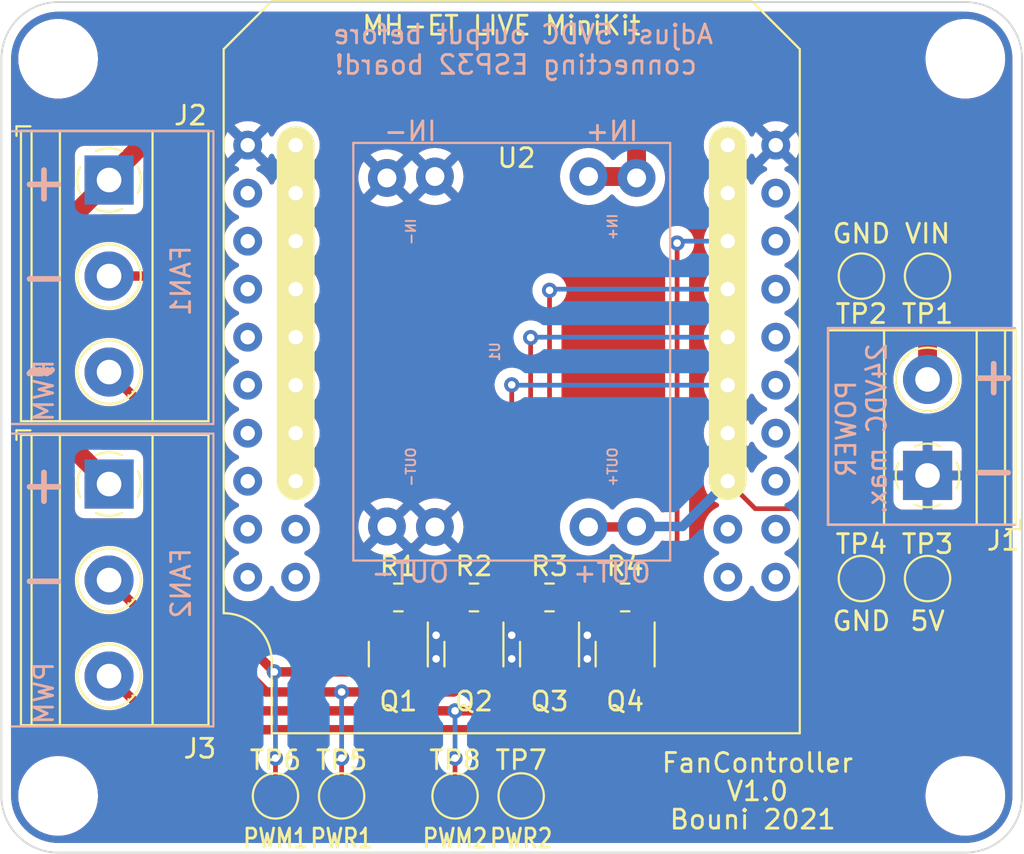
<source format=kicad_pcb>
(kicad_pcb (version 20210824) (generator pcbnew)
  (layers (0 "F.Cu" signal) (31 "B.Cu" signal) (34 "B.Paste" user) (35 "F.Paste" user) (36 "B.SilkS" user "B.Silkscreen") (37 "F.SilkS" user "F.Silkscreen") (38 "B.Mask" user) (39 "F.Mask" user) (44 "Edge.Cuts" user))
  (net 0 "")
  (net 1 "+12V")
  (net 2 "GND")
  (net 3 "FAN1")
  (net 4 "FAN2")
  (net 5 "OUT1")
  (net 6 "PWM1")
  (net 7 "OUT2")
  (net 8 "PWM2")
  (net 9 "+5V")
  (net 10 "PWR1")
  (net 11 "PWR2")
  (footprint "bouni:MH-ET LIVE MiniKit" (layer "F.Cu") (at 93 49)
    (fp_text reference "U2" (at 0.25 -10.75 unlocked) (layer "F.SilkS"))
    (fp_text value "mh-et-live-minikit" hide)
    (fp_line (start -12.7 -19.05) (end 12.7 -19.05) (layer "F.SilkS") (width 0.12))
    (fp_line (start 12.7 -19.05) (end 15.24 -16.51) (layer "F.SilkS") (width 0.12))
    (fp_line (start 11.43 -11.43) (end 11.43 6.35) (layer "F.SilkS") (width 2))
    (fp_line (start 15.24 19.685) (end -12.7 19.685) (layer "F.SilkS") (width 0.12))
    (fp_line (start -15.24 13.335) (end -15.24 -16.51) (layer "F.SilkS") (width 0.12))
    (fp_line (start -12.7 19.685) (end -12.7 15.875) (layer "F.SilkS") (width 0.12))
    (fp_line (start 15.24 -16.51) (end 15.24 19.685) (layer "F.SilkS") (width 0.12))
    (fp_line (start -15.24 -16.51) (end -12.7 -19.05) (layer "F.SilkS") (width 0.12))
    (fp_line (start -11.43 -11.43) (end -11.43 6.35) (layer "F.SilkS") (width 2))
    (fp_arc (start -15.24 15.875) (end -15.24 13.335) (angle 90) (layer "F.SilkS") (width 0.12))
    (pad "1" thru_hole circle (at -13.97 -11.43) (size 1.524 1.524) (drill 0.762) (layers *.Cu *.Mask) (net 2 "GND"))
    (pad "2" thru_hole circle (at -13.97 -8.89) (size 1.524 1.524) (drill 0.762) (layers *.Cu *.Mask))
    (pad "3" thru_hole circle (at -13.97 -6.35) (size 1.524 1.524) (drill 0.762) (layers *.Cu *.Mask))
    (pad "4" thru_hole circle (at -13.97 -3.81) (size 1.524 1.524) (drill 0.762) (layers *.Cu *.Mask))
    (pad "5" thru_hole circle (at -13.97 -1.27) (size 1.524 1.524) (drill 0.762) (layers *.Cu *.Mask))
    (pad "6" thru_hole circle (at -13.97 1.27) (size 1.524 1.524) (drill 0.762) (layers *.Cu *.Mask))
    (pad "7" thru_hole circle (at -13.97 3.81) (size 1.524 1.524) (drill 0.762) (layers *.Cu *.Mask))
    (pad "8" thru_hole circle (at -13.97 6.35) (size 1.524 1.524) (drill 0.762) (layers *.Cu *.Mask))
    (pad "9" thru_hole circle (at -13.97 8.89) (size 1.524 1.524) (drill 0.762) (layers *.Cu *.Mask))
    (pad "10" thru_hole circle (at -13.97 11.43) (size 1.524 1.524) (drill 0.762) (layers *.Cu *.Mask))
    (pad "11" thru_hole circle (at -11.43 -11.43) (size 1.524 1.524) (drill 0.762) (layers *.Cu *.Mask))
    (pad "12" thru_hole circle (at -11.43 -8.89) (size 1.524 1.524) (drill 0.762) (layers *.Cu *.Mask))
    (pad "13" thru_hole circle (at -11.43 -6.35) (size 1.524 1.524) (drill 0.762) (layers *.Cu *.Mask))
    (pad "14" thru_hole circle (at -11.43 -3.81) (size 1.524 1.524) (drill 0.762) (layers *.Cu *.Mask))
    (pad "15" thru_hole circle (at -11.43 -1.27) (size 1.524 1.524) (drill 0.762) (layers *.Cu *.Mask))
    (pad "16" thru_hole circle (at -11.43 1.27) (size 1.524 1.524) (drill 0.762) (layers *.Cu *.Mask))
    (pad "17" thru_hole circle (at -11.43 3.81) (size 1.524 1.524) (drill 0.762) (layers *.Cu *.Mask))
    (pad "18" thru_hole circle (at -11.43 6.35) (size 1.524 1.524) (drill 0.762) (layers *.Cu *.Mask))
    (pad "19" thru_hole circle (at -11.43 8.89) (size 1.524 1.524) (drill 0.762) (layers *.Cu *.Mask))
    (pad "20" thru_hole circle (at -11.43 11.43) (size 1.524 1.524) (drill 0.762) (layers *.Cu *.Mask))
    (pad "21" thru_hole circle (at 11.43 -11.43) (size 1.524 1.524) (drill 0.762) (layers *.Cu *.Mask))
    (pad "22" thru_hole circle (at 11.43 -8.89) (size 1.524 1.524) (drill 0.762) (layers *.Cu *.Mask))
    (pad "23" thru_hole circle (at 11.43 -6.35) (size 1.524 1.524) (drill 0.762) (layers *.Cu *.Mask) (net 8 "PWM2"))
    (pad "24" thru_hole circle (at 11.43 -3.81) (size 1.524 1.524) (drill 0.762) (layers *.Cu *.Mask) (net 7 "OUT2"))
    (pad "25" thru_hole circle (at 11.43 -1.27) (size 1.524 1.524) (drill 0.762) (layers *.Cu *.Mask) (net 6 "PWM1"))
    (pad "26" thru_hole circle (at 11.43 1.27) (size 1.524 1.524) (drill 0.762) (layers *.Cu *.Mask) (net 5 "OUT1"))
    (pad "27" thru_hole circle (at 11.43 3.81) (size 1.524 1.524) (drill 0.762) (layers *.Cu *.Mask) (net 2 "GND"))
    (pad "28" thru_hole circle (at 11.43 6.35) (size 1.524 1.524) (drill 0.762) (layers *.Cu *.Mask) (net 9 "+5V"))
    (pad "29" thru_hole circle (at 11.43 8.89) (size 1.524 1.524) (drill 0.762) (layers *.Cu *.Mask))
    (pad "30" thru_hole circle (at 11.43 11.43) (size 1.524 1.524) (drill 0.762) (layers *.Cu *.Mask))
    (pad "31" thru_hole circle (at 13.97 -11.43) (size 1.524 1.524) (drill 0.762) (layers *.Cu *.Mask) (net 2 "GND"))
    (pad "32" thru_hole circle (at 13.97 -8.89) (size 1.524 1.524) (drill 0.762) (layers *.Cu *.Mask))
    (pad "33" thru_hole circle (at 13.97 -6.35) (size 1.524 1.524) (drill 0.762) (layers *.Cu *.Mask))
    (pad "34" thru_hole circle (at 13.97 -3.81) (size 1.524 1.524) (drill 0.762) (layers *.Cu *.Mask))
    (pad "35" thru_hole circle (at 13.97 -1.27) (size 1.524 1.524) (drill 0.762) (layers *.Cu *.Mask))
    (pad "36" thru_hole circle (at 13.97 1.27) (size 1.524 1.524) (drill 0.762) (layers *.Cu *.Mask))
    (pad "37" thru_hole circle (at 13.97 3.81) (size 1.524 1.524) (drill 0.762) (layers *.Cu *.Mask))
    (pad "38" thru_hole circle (at 13.97 6.35) (size 1.524 1.524) (drill 0.762) (layers *.Cu *.Mask))
    (pad "39" thru_hole circle (at 13.97 8.89) (size 1.524 1.524) (drill 0.762) (layers *.Cu *.Mask))
    (pad "40" thru_hole circle (at 13.97 11.43) (size 1.524 1.524) (drill 0.762) (layers *.Cu *.Mask))
  )
  (footprint "TestPoint:TestPoint_Pad_D2.0mm" (layer "F.Cu") (at 90 72 -90)
    (fp_text reference "TP8" (at -1.894 0) (layer "F.SilkS"))
    (fp_text value "TestPoint" hide)
    (fp_circle (center 0 0) (end 0 1.2) (layer "F.SilkS") (width 0.12) (fill none))
    (pad "1" smd circle locked (at 0 0 270) (size 2 2) (layers "F.Cu" "F.Mask") (net 11 "PWR2"))
  )
  (footprint "Resistor_SMD:R_0805_2012Metric_Pad1.20x1.40mm_HandSolder" (layer "F.Cu") (at 91 61.5)
    (fp_text reference "R2" (at 0 -1.65) (layer "F.SilkS"))
    (fp_text value "10k")
    (fp_line (start -0.227064 -0.735) (end 0.227064 -0.735) (layer "F.SilkS") (width 0.12))
    (fp_line (start -0.227064 0.735) (end 0.227064 0.735) (layer "F.SilkS") (width 0.12))
    (pad "1" smd roundrect locked (at -1 0) (size 1.2 1.4) (layers "F.Cu" "F.Paste" "F.Mask") (roundrect_rratio 0.2083333333) (net 2 "GND"))
    (pad "2" smd roundrect locked (at 1 0) (size 1.2 1.4) (layers "F.Cu" "F.Paste" "F.Mask") (roundrect_rratio 0.2083333333) (net 6 "PWM1"))
  )
  (footprint "Package_TO_SOT_SMD:SOT-23" (layer "F.Cu") (at 95 64.5 -90)
    (fp_text reference "Q3" (at 2.5 0 -180) (layer "F.SilkS"))
    (fp_text value "AO3400A" hide)
    (fp_line (start 0 -1.56) (end -1.675 -1.56) (layer "F.SilkS") (width 0.12))
    (fp_line (start 0 1.56) (end -0.65 1.56) (layer "F.SilkS") (width 0.12))
    (fp_line (start 0 1.56) (end 0.65 1.56) (layer "F.SilkS") (width 0.12))
    (fp_line (start 0 -1.56) (end 0.65 -1.56) (layer "F.SilkS") (width 0.12))
    (pad "1" smd roundrect locked (at -0.9375 -0.95 270) (size 1.475 0.6) (layers "F.Cu" "F.Paste" "F.Mask") (net 7 "OUT2"))
    (pad "2" smd roundrect locked (at -0.9375 0.95 270) (size 1.475 0.6) (layers "F.Cu" "F.Paste" "F.Mask") (net 2 "GND"))
    (pad "3" smd roundrect locked (at 0.9375 0 270) (size 1.475 0.6) (layers "F.Cu" "F.Paste" "F.Mask") (net 11 "PWR2"))
  )
  (footprint "TestPoint:TestPoint_Pad_D2.0mm" (layer "F.Cu") (at 115 44.5 180)
    (fp_text reference "TP1" (at 0 -1.998) (layer "F.SilkS"))
    (fp_text value "TestPoint" hide)
    (fp_circle (center 0 0) (end 0 1.2) (layer "F.SilkS") (width 0.12) (fill none))
    (pad "1" smd circle locked (at 0 0 180) (size 2 2) (layers "F.Cu" "F.Mask") (net 1 "+12V"))
  )
  (footprint "TestPoint:TestPoint_Pad_D2.0mm" (layer "F.Cu") (at 111.5 60.5)
    (fp_text reference "TP4" (at 0 -1.826) (layer "F.SilkS"))
    (fp_text value "TestPoint" hide)
    (fp_circle (center 0 0) (end 0 1.2) (layer "F.SilkS") (width 0.12) (fill none))
    (pad "1" smd circle locked (at 0 0) (size 2 2) (layers "F.Cu" "F.Mask") (net 2 "GND"))
  )
  (footprint "TestPoint:TestPoint_Pad_D2.0mm" (layer "F.Cu") (at 111.5 44.5 180)
    (fp_text reference "TP2" (at 0 -1.998) (layer "F.SilkS"))
    (fp_text value "TestPoint" hide)
    (fp_circle (center 0 0) (end 0 1.2) (layer "F.SilkS") (width 0.12) (fill none))
    (pad "1" smd circle locked (at 0 0 180) (size 2 2) (layers "F.Cu" "F.Mask") (net 2 "GND"))
  )
  (footprint "MountingHole:MountingHole_3.2mm_M3_DIN965" (layer "F.Cu") (at 117 72)
    (fp_text reference "H4" hide)
    (fp_text value "MountingHole" hide)
    (pad "" np_thru_hole circle locked (at 0 0) (size 3.2 3.2) (drill 3.2) (layers *.Cu *.Mask))
  )
  (footprint "Resistor_SMD:R_0805_2012Metric_Pad1.20x1.40mm_HandSolder" (layer "F.Cu") (at 99 61.5)
    (fp_text reference "R4" (at 0 -1.65) (layer "F.SilkS"))
    (fp_text value "10k")
    (fp_line (start -0.227064 -0.735) (end 0.227064 -0.735) (layer "F.SilkS") (width 0.12))
    (fp_line (start -0.227064 0.735) (end 0.227064 0.735) (layer "F.SilkS") (width 0.12))
    (pad "1" smd roundrect locked (at -1 0) (size 1.2 1.4) (layers "F.Cu" "F.Paste" "F.Mask") (roundrect_rratio 0.2083333333) (net 2 "GND"))
    (pad "2" smd roundrect locked (at 1 0) (size 1.2 1.4) (layers "F.Cu" "F.Paste" "F.Mask") (roundrect_rratio 0.2083333333) (net 8 "PWM2"))
  )
  (footprint "Resistor_SMD:R_0805_2012Metric_Pad1.20x1.40mm_HandSolder" (layer "F.Cu") (at 95 61.5)
    (fp_text reference "R3" (at 0 -1.65) (layer "F.SilkS"))
    (fp_text value "10k")
    (fp_line (start -0.227064 0.735) (end 0.227064 0.735) (layer "F.SilkS") (width 0.12))
    (fp_line (start -0.227064 -0.735) (end 0.227064 -0.735) (layer "F.SilkS") (width 0.12))
    (pad "1" smd roundrect locked (at -1 0) (size 1.2 1.4) (layers "F.Cu" "F.Paste" "F.Mask") (roundrect_rratio 0.2083333333) (net 2 "GND"))
    (pad "2" smd roundrect locked (at 1 0) (size 1.2 1.4) (layers "F.Cu" "F.Paste" "F.Mask") (roundrect_rratio 0.2083333333) (net 7 "OUT2"))
  )
  (footprint "Package_TO_SOT_SMD:SOT-23" (layer "F.Cu") (at 91 64.5 -90)
    (fp_text reference "Q2" (at 2.5 0 -180) (layer "F.SilkS"))
    (fp_text value "AO3400A" hide)
    (fp_line (start 0 1.56) (end 0.65 1.56) (layer "F.SilkS") (width 0.12))
    (fp_line (start 0 1.56) (end -0.65 1.56) (layer "F.SilkS") (width 0.12))
    (fp_line (start 0 -1.56) (end 0.65 -1.56) (layer "F.SilkS") (width 0.12))
    (fp_line (start 0 -1.56) (end -1.675 -1.56) (layer "F.SilkS") (width 0.12))
    (pad "1" smd roundrect locked (at -0.9375 -0.95 270) (size 1.475 0.6) (layers "F.Cu" "F.Paste" "F.Mask") (net 6 "PWM1"))
    (pad "2" smd roundrect locked (at -0.9375 0.95 270) (size 1.475 0.6) (layers "F.Cu" "F.Paste" "F.Mask") (net 2 "GND"))
    (pad "3" smd roundrect locked (at 0.9375 0 270) (size 1.475 0.6) (layers "F.Cu" "F.Paste" "F.Mask") (net 3 "FAN1"))
  )
  (footprint "Resistor_SMD:R_0805_2012Metric_Pad1.20x1.40mm_HandSolder" (layer "F.Cu") (at 87 61.5)
    (fp_text reference "R1" (at 0 -1.65) (layer "F.SilkS"))
    (fp_text value "10k")
    (fp_line (start -0.227064 0.735) (end 0.227064 0.735) (layer "F.SilkS") (width 0.12))
    (fp_line (start -0.227064 -0.735) (end 0.227064 -0.735) (layer "F.SilkS") (width 0.12))
    (pad "1" smd roundrect locked (at -1 0) (size 1.2 1.4) (layers "F.Cu" "F.Paste" "F.Mask") (roundrect_rratio 0.2083333333) (net 2 "GND"))
    (pad "2" smd roundrect locked (at 1 0) (size 1.2 1.4) (layers "F.Cu" "F.Paste" "F.Mask") (roundrect_rratio 0.2083333333) (net 5 "OUT1"))
  )
  (footprint "TestPoint:TestPoint_Pad_D2.0mm" (layer "F.Cu") (at 93.5 72 180)
    (fp_text reference "TP7" (at 0 1.896) (layer "F.SilkS"))
    (fp_text value "TestPoint" hide)
    (fp_circle (center 0 0) (end 0 1.2) (layer "F.SilkS") (width 0.12) (fill none))
    (pad "1" smd circle locked (at 0 0 180) (size 2 2) (layers "F.Cu" "F.Mask") (net 4 "FAN2"))
  )
  (footprint "MountingHole:MountingHole_3.2mm_M3_DIN965" (layer "F.Cu") (at 69 72)
    (fp_text reference "H1" hide)
    (fp_text value "MountingHole" hide)
    (pad "" np_thru_hole circle locked (at 0 0) (size 3.2 3.2) (drill 3.2) (layers *.Cu *.Mask))
  )
  (footprint "TerminalBlock_Phoenix:TerminalBlock_Phoenix_MKDS-1,5-2-5.08_1x02_P5.08mm_Horizontal" (layer "F.Cu") (at 115 55.045 90)
    (fp_text reference "J1" (at -3.455 4 180) (layer "F.SilkS"))
    (fp_text value "Conn_01x02_Female" hide)
    (fp_line (start 4.046 1.239) (end 4.011 1.274) (layer "F.SilkS") (width 0.12))
    (fp_line (start -2.6 2.6) (end 7.68 2.6) (layer "F.SilkS") (width 0.12))
    (fp_line (start -2.6 -5.261) (end 7.68 -5.261) (layer "F.SilkS") (width 0.12))
    (fp_line (start 6.355 -1.069) (end 6.308 -1.023) (layer "F.SilkS") (width 0.12))
    (fp_line (start 7.68 -5.261) (end 7.68 4.66) (layer "F.SilkS") (width 0.12))
    (fp_line (start 6.15 -1.275) (end 6.115 -1.239) (layer "F.SilkS") (width 0.12))
    (fp_line (start -2.6 -5.261) (end -2.6 4.66) (layer "F.SilkS") (width 0.12))
    (fp_line (start -2.6 -2.301) (end 7.68 -2.301) (layer "F.SilkS") (width 0.12))
    (fp_line (start -2.84 4.16) (end -2.84 4.9) (layer "F.SilkS") (width 0.12))
    (fp_line (start 3.853 1.023) (end 3.806 1.069) (layer "F.SilkS") (width 0.12))
    (fp_line (start -2.6 4.66) (end 7.68 4.66) (layer "F.SilkS") (width 0.12))
    (fp_line (start -2.6 4.1) (end 7.68 4.1) (layer "F.SilkS") (width 0.12))
    (fp_line (start -2.84 4.9) (end -2.34 4.9) (layer "F.SilkS") (width 0.12))
    (fp_arc (start 0 0) (end -0.684 1.535) (angle -25) (layer "F.SilkS") (width 0.12))
    (fp_arc (start 0 0) (end 0.684 -1.535) (angle -48) (layer "F.SilkS") (width 0.12))
    (fp_arc (start 0 0) (end -1.535 -0.684) (angle -48) (layer "F.SilkS") (width 0.12))
    (fp_arc (start 0 0) (end 0 1.68) (angle -24) (layer "F.SilkS") (width 0.12))
    (fp_arc (start 0 0) (end 1.535 0.684) (angle -48) (layer "F.SilkS") (width 0.12))
    (fp_circle (center 5.08 0) (end 6.76 0) (layer "F.SilkS") (width 0.12) (fill none))
    (pad "1" thru_hole rect locked (at 0 0 90) (size 2.6 2.6) (drill 1.3) (layers *.Cu *.Mask) (net 2 "GND"))
    (pad "2" thru_hole circle locked (at 5.08 0 90) (size 2.6 2.6) (drill 1.3) (layers *.Cu *.Mask) (net 1 "+12V"))
  )
  (footprint "TestPoint:TestPoint_Pad_D2.0mm" (layer "F.Cu") (at 115 60.5)
    (fp_text reference "TP3" (at 0 -1.826) (layer "F.SilkS"))
    (fp_text value "TestPoint" hide)
    (fp_circle (center 0 0) (end 0 1.2) (layer "F.SilkS") (width 0.12) (fill none))
    (pad "1" smd circle locked (at 0 0) (size 2 2) (layers "F.Cu" "F.Mask") (net 9 "+5V"))
  )
  (footprint "MountingHole:MountingHole_3.2mm_M3_DIN965" (layer "F.Cu") (at 117 33)
    (fp_text reference "H3" hide)
    (fp_text value "MountingHole" hide)
    (pad "" np_thru_hole circle locked (at 0 0) (size 3.2 3.2) (drill 3.2) (layers *.Cu *.Mask))
  )
  (footprint "TestPoint:TestPoint_Pad_D2.0mm" (layer "F.Cu") (at 84 72 90)
    (fp_text reference "TP5" (at 1.894 0) (layer "F.SilkS"))
    (fp_text value "TestPoint" hide)
    (fp_circle (center 0 0) (end 0 1.2) (layer "F.SilkS") (width 0.12) (fill none))
    (pad "1" smd circle locked (at 0 0 90) (size 2 2) (layers "F.Cu" "F.Mask") (net 3 "FAN1"))
  )
  (footprint "MountingHole:MountingHole_3.2mm_M3_DIN965" (layer "F.Cu") (at 69 33)
    (fp_text reference "H2" hide)
    (fp_text value "MountingHole" hide)
    (pad "" np_thru_hole circle locked (at 0 0) (size 3.2 3.2) (drill 3.2) (layers *.Cu *.Mask))
  )
  (footprint "TestPoint:TestPoint_Pad_D2.0mm" (layer "F.Cu") (at 80.5 72 180)
    (fp_text reference "TP6" (at 0 1.894) (layer "F.SilkS"))
    (fp_text value "TestPoint" hide)
    (fp_circle (center 0 0) (end 0 1.2) (layer "F.SilkS") (width 0.12) (fill none))
    (pad "1" smd circle locked (at 0 0 180) (size 2 2) (layers "F.Cu" "F.Mask") (net 10 "PWR1"))
  )
  (footprint "Package_TO_SOT_SMD:SOT-23" (layer "F.Cu") (at 87 64.5 -90)
    (fp_text reference "Q1" (at 2.5 0 -180) (layer "F.SilkS"))
    (fp_text value "AO3400A" hide)
    (fp_line (start 0 -1.56) (end 0.65 -1.56) (layer "F.SilkS") (width 0.12))
    (fp_line (start 0 1.56) (end 0.65 1.56) (layer "F.SilkS") (width 0.12))
    (fp_line (start 0 -1.56) (end -1.675 -1.56) (layer "F.SilkS") (width 0.12))
    (fp_line (start 0 1.56) (end -0.65 1.56) (layer "F.SilkS") (width 0.12))
    (pad "1" smd roundrect locked (at -0.9375 -0.95 270) (size 1.475 0.6) (layers "F.Cu" "F.Paste" "F.Mask") (net 5 "OUT1"))
    (pad "2" smd roundrect locked (at -0.9375 0.95 270) (size 1.475 0.6) (layers "F.Cu" "F.Paste" "F.Mask") (net 2 "GND"))
    (pad "3" smd roundrect locked (at 0.9375 0 270) (size 1.475 0.6) (layers "F.Cu" "F.Paste" "F.Mask") (net 10 "PWR1"))
  )
  (footprint "Package_TO_SOT_SMD:SOT-23" (layer "F.Cu") (at 99 64.5 -90)
    (fp_text reference "Q4" (at 2.5 0 -180) (layer "F.SilkS"))
    (fp_text value "AO3400A" hide)
    (fp_line (start 0 -1.56) (end -1.675 -1.56) (layer "F.SilkS") (width 0.12))
    (fp_line (start 0 1.56) (end -0.65 1.56) (layer "F.SilkS") (width 0.12))
    (fp_line (start 0 -1.56) (end 0.65 -1.56) (layer "F.SilkS") (width 0.12))
    (fp_line (start 0 1.56) (end 0.65 1.56) (layer "F.SilkS") (width 0.12))
    (pad "1" smd roundrect locked (at -0.9375 -0.95 270) (size 1.475 0.6) (layers "F.Cu" "F.Paste" "F.Mask") (net 8 "PWM2"))
    (pad "2" smd roundrect locked (at -0.9375 0.95 270) (size 1.475 0.6) (layers "F.Cu" "F.Paste" "F.Mask") (net 2 "GND"))
    (pad "3" smd roundrect locked (at 0.9375 0 270) (size 1.475 0.6) (layers "F.Cu" "F.Paste" "F.Mask") (net 4 "FAN2"))
  )
  (footprint "TerminalBlock_Phoenix:TerminalBlock_Phoenix_MKDS-1,5-3-5.08_1x03_P5.08mm_Horizontal" (layer "F.Cu") (at 71.695 39.415 -90)
    (fp_text reference "J2" (at -3.415 -4.305 180) (layer "F.SilkS"))
    (fp_text value "Conn_01x03_Male" hide)
    (fp_line (start -2.6 4.1) (end 12.76 4.1) (layer "F.SilkS") (width 0.12))
    (fp_line (start 4.046 1.239) (end 4.011 1.274) (layer "F.SilkS") (width 0.12))
    (fp_line (start -2.84 4.9) (end -2.34 4.9) (layer "F.SilkS") (width 0.12))
    (fp_line (start -2.84 4.16) (end -2.84 4.9) (layer "F.SilkS") (width 0.12))
    (fp_line (start -2.6 -2.301) (end 12.76 -2.301) (layer "F.SilkS") (width 0.12))
    (fp_line (start -2.6 4.66) (end 12.76 4.66) (layer "F.SilkS") (width 0.12))
    (fp_line (start 9.126 1.239) (end 9.091 1.274) (layer "F.SilkS") (width 0.12))
    (fp_line (start 11.23 -1.275) (end 11.195 -1.239) (layer "F.SilkS") (width 0.12))
    (fp_line (start -2.6 2.6) (end 12.76 2.6) (layer "F.SilkS") (width 0.12))
    (fp_line (start 6.355 -1.069) (end 6.308 -1.023) (layer "F.SilkS") (width 0.12))
    (fp_line (start -2.6 -5.261) (end -2.6 4.66) (layer "F.SilkS") (width 0.12))
    (fp_line (start 6.15 -1.275) (end 6.115 -1.239) (layer "F.SilkS") (width 0.12))
    (fp_line (start 12.76 -5.261) (end 12.76 4.66) (layer "F.SilkS") (width 0.12))
    (fp_line (start -2.6 -5.261) (end 12.76 -5.261) (layer "F.SilkS") (width 0.12))
    (fp_line (start 3.853 1.023) (end 3.806 1.069) (layer "F.SilkS") (width 0.12))
    (fp_line (start 11.435 -1.069) (end 11.388 -1.023) (layer "F.SilkS") (width 0.12))
    (fp_line (start 8.933 1.023) (end 8.886 1.069) (layer "F.SilkS") (width 0.12))
    (fp_arc (start 0 0) (end 0.684 -1.535) (angle -48) (layer "F.SilkS") (width 0.12))
    (fp_arc (start 0 0) (end -1.535 -0.684) (angle -48) (layer "F.SilkS") (width 0.12))
    (fp_arc (start 0 0) (end 0 1.68) (angle -24) (layer "F.SilkS") (width 0.12))
    (fp_arc (start 0 0) (end 1.535 0.684) (angle -48) (layer "F.SilkS") (width 0.12))
    (fp_arc (start 0 0) (end -0.684 1.535) (angle -25) (layer "F.SilkS") (width 0.12))
    (fp_circle (center 5.08 0) (end 6.76 0) (layer "F.SilkS") (width 0.12) (fill none))
    (fp_circle (center 10.16 0) (end 11.84 0) (layer "F.SilkS") (width 0.12) (fill none))
    (pad "1" thru_hole rect locked (at 0 0 270) (size 2.6 2.6) (drill 1.3) (layers *.Cu *.Mask) (net 1 "+12V"))
    (pad "2" thru_hole circle locked (at 5.08 0 270) (size 2.6 2.6) (drill 1.3) (layers *.Cu *.Mask) (net 10 "PWR1"))
    (pad "3" thru_hole circle locked (at 10.16 0 270) (size 2.6 2.6) (drill 1.3) (layers *.Cu *.Mask) (net 3 "FAN1"))
  )
  (footprint "TerminalBlock_Phoenix:TerminalBlock_Phoenix_MKDS-1,5-3-5.08_1x03_P5.08mm_Horizontal" (layer "F.Cu") (at 71.695 55.5 -90)
    (fp_text reference "J3" (at 14 -4.805 180) (layer "F.SilkS"))
    (fp_text value "Conn_01x03_Male" hide)
    (fp_line (start 9.126 1.239) (end 9.091 1.274) (layer "F.SilkS") (width 0.12))
    (fp_line (start -2.6 2.6) (end 12.76 2.6) (layer "F.SilkS") (width 0.12))
    (fp_line (start 6.15 -1.275) (end 6.115 -1.239) (layer "F.SilkS") (width 0.12))
    (fp_line (start 12.76 -5.261) (end 12.76 4.66) (layer "F.SilkS") (width 0.12))
    (fp_line (start -2.6 4.66) (end 12.76 4.66) (layer "F.SilkS") (width 0.12))
    (fp_line (start 8.933 1.023) (end 8.886 1.069) (layer "F.SilkS") (width 0.12))
    (fp_line (start -2.84 4.16) (end -2.84 4.9) (layer "F.SilkS") (width 0.12))
    (fp_line (start -2.6 -5.261) (end -2.6 4.66) (layer "F.SilkS") (width 0.12))
    (fp_line (start 11.23 -1.275) (end 11.195 -1.239) (layer "F.SilkS") (width 0.12))
    (fp_line (start 3.853 1.023) (end 3.806 1.069) (layer "F.SilkS") (width 0.12))
    (fp_line (start -2.6 4.1) (end 12.76 4.1) (layer "F.SilkS") (width 0.12))
    (fp_line (start -2.6 -5.261) (end 12.76 -5.261) (layer "F.SilkS") (width 0.12))
    (fp_line (start 4.046 1.239) (end 4.011 1.274) (layer "F.SilkS") (width 0.12))
    (fp_line (start -2.84 4.9) (end -2.34 4.9) (layer "F.SilkS") (width 0.12))
    (fp_line (start 6.355 -1.069) (end 6.308 -1.023) (layer "F.SilkS") (width 0.12))
    (fp_line (start 11.435 -1.069) (end 11.388 -1.023) (layer "F.SilkS") (width 0.12))
    (fp_line (start -2.6 -2.301) (end 12.76 -2.301) (layer "F.SilkS") (width 0.12))
    (fp_arc (start 0 0) (end 0 1.68) (angle -24) (layer "F.SilkS") (width 0.12))
    (fp_arc (start 0 0) (end -0.684 1.535) (angle -25) (layer "F.SilkS") (width 0.12))
    (fp_arc (start 0 0) (end -1.535 -0.684) (angle -48) (layer "F.SilkS") (width 0.12))
    (fp_arc (start 0 0) (end 1.535 0.684) (angle -48) (layer "F.SilkS") (width 0.12))
    (fp_arc (start 0 0) (end 0.684 -1.535) (angle -48) (layer "F.SilkS") (width 0.12))
    (fp_circle (center 10.16 0) (end 11.84 0) (layer "F.SilkS") (width 0.12) (fill none))
    (fp_circle (center 5.08 0) (end 6.76 0) (layer "F.SilkS") (width 0.12) (fill none))
    (pad "1" thru_hole rect locked (at 0 0 270) (size 2.6 2.6) (drill 1.3) (layers *.Cu *.Mask) (net 1 "+12V"))
    (pad "2" thru_hole circle locked (at 5.08 0 270) (size 2.6 2.6) (drill 1.3) (layers *.Cu *.Mask) (net 11 "PWR2"))
    (pad "3" thru_hole circle locked (at 10.16 0 270) (size 2.6 2.6) (drill 1.3) (layers *.Cu *.Mask) (net 4 "FAN2"))
  )
  (footprint "bouni:D-SUN-MP1584EN" (layer "B.Cu") (at 93 48.5 -90)
    (fp_text reference "U1" (at 0 0.889 90) (layer "B.SilkS") (effects (font (size 0.5 0.5) (thickness 0.1)) (justify mirror)))
    (fp_text value "D-SUN-MP1584EN")
    (fp_text user "IN-" (at -6.35 5.334 90) (layer "B.SilkS") (effects (font (size 0.5 0.5) (thickness 0.1)) (justify mirror)))
    (fp_text user "OUT-" (at 6.096 5.334 90) (layer "B.SilkS") (effects (font (size 0.5 0.5) (thickness 0.1)) (justify mirror)))
    (fp_text user "IN+" (at -6.604 -5.334 90) (layer "B.SilkS") (effects (font (size 0.5 0.5) (thickness 0.1)) (justify mirror)))
    (fp_text user "OUT+" (at 6.096 -5.334 90) (layer "B.SilkS") (effects (font (size 0.5 0.5) (thickness 0.1)) (justify mirror)))
    (fp_line (start 11.049 -8.382) (end -11.049 -8.382) (layer "B.SilkS") (width 0.12))
    (fp_line (start -11.049 8.382) (end 11.049 8.382) (layer "B.SilkS") (width 0.12))
    (fp_line (start 11.049 8.382) (end 11.049 -8.382) (layer "B.SilkS") (width 0.12))
    (fp_line (start -11.049 -8.382) (end -11.049 8.382) (layer "B.SilkS") (width 0.12))
    (pad "1" thru_hole circle (at -9.1948 6.604 270) (size 2 2) (drill 1) (layers *.Cu *.Mask) (net 2 "GND"))
    (pad "2" thru_hole circle (at -9.271 4.064 270) (size 2 2) (drill 1) (layers *.Cu *.Mask) (net 2 "GND"))
    (pad "3" thru_hole circle (at -9.271 -4.064 270) (size 2 2) (drill 1) (layers *.Cu *.Mask) (net 1 "+12V"))
    (pad "4" thru_hole circle (at -9.1948 -6.604 270) (size 2 2) (drill 1) (layers *.Cu *.Mask) (net 1 "+12V"))
    (pad "5" thru_hole circle (at 9.2456 6.604 270) (size 2 2) (drill 1) (layers *.Cu *.Mask) (net 2 "GND"))
    (pad "6" thru_hole circle (at 9.271 4.064 270) (size 2 2) (drill 1) (layers *.Cu *.Mask) (net 2 "GND"))
    (pad "7" thru_hole circle (at 9.271 -4.064 270) (size 2 2) (drill 1) (layers *.Cu *.Mask) (net 9 "+5V"))
    (pad "8" thru_hole circle (at 9.2456 -6.604 270) (size 2 2) (drill 1) (layers *.Cu *.Mask) (net 9 "+5V"))
  )
  (gr_line (start 109.728 57.658) (end 119.634 57.658) (layer "B.SilkS") (width 0.12))
  (gr_line (start 66.548 68.326) (end 77.216 68.326) (layer "B.SilkS") (width 0.12))
  (gr_line (start 119.634 47.244) (end 109.728 47.244) (layer "B.SilkS") (width 0.12))
  (gr_line (start 77.216 36.83) (end 66.548 36.83) (layer "B.SilkS") (width 0.12))
  (gr_line (start 77.216 68.326) (end 77.216 52.832) (layer "B.SilkS") (width 0.12))
  (gr_line (start 66.548 52.324) (end 77.216 52.324) (layer "B.SilkS") (width 0.12))
  (gr_line (start 109.728 47.244) (end 109.728 57.658) (layer "B.SilkS") (width 0.12))
  (gr_line (start 77.216 52.324) (end 77.216 36.83) (layer "B.SilkS") (width 0.12))
  (gr_line (start 77.216 52.832) (end 66.548 52.832) (layer "B.SilkS") (width 0.12))
  (gr_arc (start 69 72) (end 69 75) (angle 90) (layer "Edge.Cuts") (width 0.1))
  (gr_arc (start 117 33) (end 117 30) (angle 90) (layer "Edge.Cuts") (width 0.1))
  (gr_arc (start 117 72) (end 120 72) (angle 90) (layer "Edge.Cuts") (width 0.1))
  (gr_line (start 69 30) (end 117 30) (layer "Edge.Cuts") (width 0.1))
  (gr_line (start 66 33) (end 66 72) (layer "Edge.Cuts") (width 0.1))
  (gr_arc (start 69 33) (end 66 33) (angle 90) (layer "Edge.Cuts") (width 0.1))
  (gr_line (start 117 75) (end 69 75) (layer "Edge.Cuts") (width 0.1))
  (gr_line (start 120 72) (end 120 33) (layer "Edge.Cuts") (width 0.1))
  (gr_text "OUT+" (at 98.298 60.198) (layer "B.SilkS") (effects (font (size 1 1)) (justify mirror)))
  (gr_text "PWM	" (at 68.25 66.802 90) (layer "B.SilkS") (effects (font (size 1 1)) (justify mirror)))
  (gr_text "OUT-" (at 87.63 60.198) (layer "B.SilkS") (effects (font (size 1 1)) (justify mirror)))
  (gr_text "~" (at 68.25 49.5) (layer "B.SilkS") (effects (font (size 2 2) (thickness 0.3))))
  (gr_text "+" (at 68.25 39.5) (layer "B.SilkS") (effects (font (size 2 2) (thickness 0.3))))
  (gr_text "~" (at 68 49.5) (layer "B.SilkS") (effects (font (size 2 2) (thickness 0.3))))
  (gr_text "-\n" (at 68.25 60.5) (layer "B.SilkS") (effects (font (size 2 2) (thickness 0.3))))
  (gr_text "IN+" (at 98.298 36.83) (layer "B.SilkS") (effects (font (size 1 1)) (justify mirror)))
  (gr_text "PWM	" (at 68.25 50.8 90) (layer "B.SilkS") (effects (font (size 1 1)) (justify mirror)))
  (gr_text "+" (at 68.25 55.5) (layer "B.SilkS") (effects (font (size 2 2) (thickness 0.3))))
  (gr_text "Adjust 5VDC output before \nconnecting ESP32 board!" (at 93.218 32.512) (layer "B.SilkS") (effects (font (size 1 1)) (justify mirror)))
  (gr_text "FAN2\n" (at 75.5 60.75 90) (layer "B.SilkS") (effects (font (size 1 1)) (justify mirror)))
  (gr_text "FAN1" (at 75.5 44.75 90) (layer "B.SilkS") (effects (font (size 1 1)) (justify mirror)))
  (gr_text "POWER\n24VDC max." (at 111.506 52.578 90) (layer "B.SilkS") (effects (font (size 1 1)) (justify mirror)))
  (gr_text "IN-" (at 87.63 36.83) (layer "B.SilkS") (effects (font (size 1 1)) (justify mirror)))
  (gr_text "-\n" (at 118.5 54.75) (layer "B.SilkS") (effects (font (size 2 2) (thickness 0.3))))
  (gr_text "+" (at 118.5 49.75) (layer "B.SilkS") (effects (font (size 2 2) (thickness 0.3))))
  (gr_text "-\n" (at 68.25 44.5) (layer "B.SilkS") (effects (font (size 2 2) (thickness 0.3))))
  (gr_text "VIN" (at 115 42.25) (layer "F.SilkS") (effects (font (size 1 1))))
  (gr_text "Bouni 2021" (at 105.75 73.25) (layer "F.SilkS") (effects (font (size 1 1))))
  (gr_text "GND" (at 111.5 42.25) (layer "F.SilkS") (effects (font (size 1 1))))
  (gr_text "PWM2" (at 90 74.25) (layer "F.SilkS") (effects (font (size 1 0.8))))
  (gr_text "PWM1" (at 80.5 74.25) (layer "F.SilkS") (effects (font (size 1 0.8))))
  (gr_text "PWR2" (at 93.5 74.25) (layer "F.SilkS") (effects (font (size 1 0.8))))
  (gr_text "FanController" (at 106 70.25) (layer "F.SilkS") (effects (font (size 1 1))))
  (gr_text "V1.0" (at 106 71.75) (layer "F.SilkS") (effects (font (size 1 1))))
  (gr_text "PWR1" (at 84 74.25) (layer "F.SilkS") (effects (font (size 1 0.8))))
  (gr_text "GND" (at 111.5 62.75) (layer "F.SilkS") (effects (font (size 1 1))))
  (gr_text "5V" (at 115 62.75) (layer "F.SilkS") (effects (font (size 1 1))))
  (gr_text "MH-ET LIVE MiniKit" (at 92.456 31.242) (layer "F.SilkS") (effects (font (size 1 1))))
  (segment (start 68.5 42.61) (end 71.695 39.415) (width 1) (layer "F.Cu") (net 1))
  (segment (start 97.064 39.229) (end 99.5278 39.229) (width 1) (layer "F.Cu") (net 1))
  (segment (start 78 33) (end 99.5 33) (width 1) (layer "F.Cu") (net 1))
  (segment (start 99.5278 39.229) (end 99.604 39.3052) (width 1) (layer "F.Cu") (net 1))
  (segment (start 71.695 39.305) (end 78 33) (width 1) (layer "F.Cu") (net 1))
  (segment (start 99.604 39.3052) (end 99.604 33.104) (width 1) (layer "F.Cu") (net 1))
  (segment (start 115 44.5) (end 115 49.965) (width 1) (layer "F.Cu") (net 1))
  (segment (start 99.604 33.104) (end 99.5 33) (width 1) (layer "F.Cu") (net 1))
  (segment (start 110 33) (end 115 38) (width 1) (layer "F.Cu") (net 1))
  (segment (start 115 38) (end 115 44.5) (width 1) (layer "F.Cu") (net 1))
  (segment (start 71.695 39.415) (end 71.695 39.305) (width 1) (layer "F.Cu") (net 1))
  (segment (start 71.695 55.5) (end 68.5 52.305) (width 1) (layer "F.Cu") (net 1))
  (segment (start 99.5 33) (end 110 33) (width 1) (layer "F.Cu") (net 1))
  (segment (start 68.5 52.305) (end 68.5 42.61) (width 1) (layer "F.Cu") (net 1))
  (via (at 89 63.5) (size 0.8) (drill 0.4) (layers "F.Cu" "B.Cu") (net 2))
  (via (at 93 64.75) (size 0.8) (drill 0.4) (layers "F.Cu" "B.Cu") (net 2))
  (via (at 89 64.75) (size 0.8) (drill 0.4) (layers "F.Cu" "B.Cu") (net 2))
  (via (at 93 63.5) (size 0.8) (drill 0.4) (layers "F.Cu" "B.Cu") (net 2))
  (via (at 97 63.5) (size 0.8) (drill 0.4) (layers "F.Cu" "B.Cu") (net 2))
  (via (at 97 64.75) (size 0.8) (drill 0.4) (layers "F.Cu" "B.Cu") (net 2))
  (segment (start 91 65.4375) (end 89.9375 66.5) (width 0.5) (layer "F.Cu") (net 3))
  (segment (start 84 66.5) (end 80 66.5) (width 0.5) (layer "F.Cu") (net 3))
  (segment (start 75.5 62) (end 75.5 53.38) (width 0.5) (layer "F.Cu") (net 3))
  (segment (start 75.5 53.38) (end 71.695 49.575) (width 0.5) (layer "F.Cu") (net 3))
  (segment (start 89.9375 66.5) (end 84 66.5) (width 0.5) (layer "F.Cu") (net 3))
  (segment (start 84 72) (end 84 70) (width 0.25) (layer "F.Cu") (net 3))
  (segment (start 80 66.5) (end 75.5 62) (width 0.5) (layer "F.Cu") (net 3))
  (via (at 84 66.5) (size 0.8) (drill 0.4) (layers "F.Cu" "B.Cu") (net 3))
  (via (at 84 70) (size 0.8) (drill 0.4) (layers "F.Cu" "B.Cu") (net 3))
  (segment (start 84 70) (end 84 66.5) (width 0.25) (layer "B.Cu") (net 3))
  (segment (start 93.5 68.5) (end 74.535 68.5) (width 0.5) (layer "F.Cu") (net 4))
  (segment (start 99 65.4375) (end 95.9375 68.5) (width 0.5) (layer "F.Cu") (net 4))
  (segment (start 74.535 68.5) (end 71.695 65.66) (width 0.5) (layer "F.Cu") (net 4))
  (segment (start 93.5 68.5) (end 93.5 72) (width 0.25) (layer "F.Cu") (net 4))
  (segment (start 95.9375 68.5) (end 93.5 68.5) (width 0.5) (layer "F.Cu") (net 4))
  (segment (start 90.5 59.5) (end 93 57) (width 0.25) (layer "F.Cu") (net 5))
  (segment (start 87.95 63.5625) (end 87.95 61.55) (width 0.5) (layer "F.Cu") (net 5))
  (segment (start 89 59.5) (end 90.5 59.5) (width 0.25) (layer "F.Cu") (net 5))
  (segment (start 88 60.5) (end 88.5 60) (width 0.25) (layer "F.Cu") (net 5))
  (segment (start 88 61.5) (end 88 60.5) (width 0.25) (layer "F.Cu") (net 5))
  (segment (start 88.5 60) (end 89 59.5) (width 0.25) (layer "F.Cu") (net 5))
  (segment (start 93 57) (end 93 50.25) (width 0.25) (layer "F.Cu") (net 5))
  (segment (start 87.95 61.55) (end 88 61.5) (width 0.25) (layer "F.Cu") (net 5))
  (via (at 93 50.25) (size 0.8) (drill 0.4) (layers "F.Cu" "B.Cu") (net 5))
  (segment (start 93 50.25) (end 93.02 50.27) (width 0.25) (layer "B.Cu") (net 5))
  (segment (start 93.02 50.27) (end 104.43 50.27) (width 0.25) (layer "B.Cu") (net 5))
  (segment (start 92 59.25) (end 92.25 59) (width 0.25) (layer "F.Cu") (net 6))
  (segment (start 91.95 63.5625) (end 91.95 61.55) (width 0.5) (layer "F.Cu") (net 6))
  (segment (start 92 61.5) (end 92 59.25) (width 0.25) (layer "F.Cu") (net 6))
  (segment (start 91.95 61.55) (end 92 61.5) (width 0.5) (layer "F.Cu") (net 6))
  (segment (start 92.25 59) (end 94 57.25) (width 0.25) (layer "F.Cu") (net 6))
  (segment (start 94 57.25) (end 94 47.75) (width 0.25) (layer "F.Cu") (net 6))
  (via (at 94 47.75) (size 0.8) (drill 0.4) (layers "F.Cu" "B.Cu") (net 6))
  (segment (start 94 47.75) (end 94.02 47.73) (width 0.25) (layer "B.Cu") (net 6))
  (segment (start 94.02 47.73) (end 104.43 47.73) (width 0.25) (layer "B.Cu") (net 6))
  (segment (start 95 60.5) (end 95 45.25) (width 0.25) (layer "F.Cu") (net 7))
  (segment (start 95.95 61.55) (end 96 61.5) (width 0.25) (layer "F.Cu") (net 7))
  (segment (start 96 61.5) (end 95 60.5) (width 0.25) (layer "F.Cu") (net 7))
  (segment (start 95.95 63.5625) (end 95.95 61.55) (width 0.25) (layer "F.Cu") (net 7))
  (via (at 95 45.25) (size 0.8) (drill 0.4) (layers "F.Cu" "B.Cu") (net 7))
  (segment (start 95.06 45.19) (end 104.43 45.19) (width 0.25) (layer "B.Cu") (net 7))
  (segment (start 95 45.25) (end 95.06 45.19) (width 0.25) (layer "B.Cu") (net 7))
  (segment (start 101.75 59.75) (end 101.75 59.25) (width 0.25) (layer "F.Cu") (net 8))
  (segment (start 99.95 61.55) (end 100 61.5) (width 0.25) (layer "F.Cu") (net 8))
  (segment (start 100 61.5) (end 101.75 59.75) (width 0.25) (layer "F.Cu") (net 8))
  (segment (start 101.75 59.25) (end 101.75 42.75) (width 0.25) (layer "F.Cu") (net 8))
  (segment (start 99.95 63.5625) (end 99.95 61.55) (width 0.25) (layer "F.Cu") (net 8))
  (via (at 101.75 42.75) (size 0.8) (drill 0.4) (layers "F.Cu" "B.Cu") (net 8))
  (segment (start 101.85 42.65) (end 104.43 42.65) (width 0.25) (layer "B.Cu") (net 8))
  (segment (start 101.75 42.75) (end 101.85 42.65) (width 0.25) (layer "B.Cu") (net 8))
  (segment (start 111.303489 56.803489) (end 115 60.5) (width 0.25) (layer "F.Cu") (net 9))
  (segment (start 105.883489 56.803489) (end 111.303489 56.803489) (width 0.25) (layer "F.Cu") (net 9))
  (segment (start 99.5786 57.771) (end 99.604 57.7456) (width 0.25) (layer "F.Cu") (net 9))
  (segment (start 97.064 57.771) (end 99.5786 57.771) (width 0.5) (layer "F.Cu") (net 9))
  (segment (start 104.43 55.35) (end 105.883489 56.803489) (width 0.25) (layer "F.Cu") (net 9))
  (segment (start 102.0344 57.7456) (end 104.43 55.35) (width 0.5) (layer "B.Cu") (net 9))
  (segment (start 99.604 57.7456) (end 102.0344 57.7456) (width 0.5) (layer "B.Cu") (net 9))
  (segment (start 76.5 61.5) (end 76.5 46) (width 0.5) (layer "F.Cu") (net 10))
  (segment (start 80.4375 65.4375) (end 76.5 61.5) (width 0.5) (layer "F.Cu") (net 10))
  (segment (start 87 65.4375) (end 80.4375 65.4375) (width 0.5) (layer "F.Cu") (net 10))
  (segment (start 76.5 46) (end 74.995 44.495) (width 0.5) (layer "F.Cu") (net 10))
  (segment (start 74.995 44.495) (end 71.695 44.495) (width 0.5) (layer "F.Cu") (net 10))
  (segment (start 80.5 72) (end 80.5 70) (width 0.25) (layer "F.Cu") (net 10))
  (via (at 80.4375 65.4375) (size 0.8) (drill 0.4) (layers "F.Cu" "B.Cu") (net 10))
  (via (at 80.5 70) (size 0.8) (drill 0.4) (layers "F.Cu" "B.Cu") (net 10))
  (segment (start 80.5 70) (end 80.5 65.5) (width 0.25) (layer "B.Cu") (net 10))
  (segment (start 80.5 65.5) (end 80.4375 65.4375) (width 0.25) (layer "B.Cu") (net 10))
  (segment (start 90 72) (end 90 70) (width 0.25) (layer "F.Cu") (net 11))
  (segment (start 92.9375 67.5) (end 90 67.5) (width 0.5) (layer "F.Cu") (net 11))
  (segment (start 95 65.4375) (end 92.9375 67.5) (width 0.5) (layer "F.Cu") (net 11))
  (segment (start 90 67.5) (end 78.615 67.5) (width 0.5) (layer "F.Cu") (net 11))
  (segment (start 78.615 67.5) (end 71.695 60.58) (width 0.5) (layer "F.Cu") (net 11))
  (via (at 90 70) (size 0.8) (drill 0.4) (layers "F.Cu" "B.Cu") (net 11))
  (via (at 90 67.5) (size 0.8) (drill 0.4) (layers "F.Cu" "B.Cu") (net 11))
  (segment (start 90 70) (end 90 67.5) (width 0.25) (layer "B.Cu") (net 11))
  (zone (net 2) (net_name "GND") (layers F&B.Cu) (connect_pads (clearance 0.508)) (min_thickness 0.254) (fill yes (thermal_gap 0.508) (thermal_bridge_width 0.508))
    (polygon (pts (xy 120 75) (xy 66.5 75) (xy 66.5 30) (xy 120 30)))
  )
)
</source>
